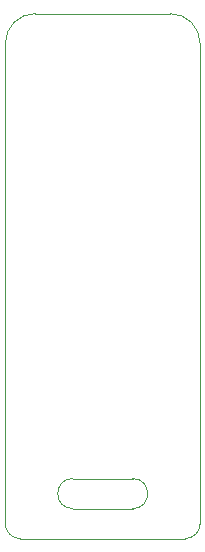
<source format=gbr>
G04 #@! TF.GenerationSoftware,KiCad,Pcbnew,5.1.5-52549c5~84~ubuntu18.04.1*
G04 #@! TF.CreationDate,2020-02-11T17:12:05+00:00*
G04 #@! TF.ProjectId,leds,6c656473-2e6b-4696-9361-645f70636258,rev?*
G04 #@! TF.SameCoordinates,Original*
G04 #@! TF.FileFunction,Profile,NP*
%FSLAX46Y46*%
G04 Gerber Fmt 4.6, Leading zero omitted, Abs format (unit mm)*
G04 Created by KiCad (PCBNEW 5.1.5-52549c5~84~ubuntu18.04.1) date 2020-02-11 17:12:05*
%MOMM*%
%LPD*%
G04 APERTURE LIST*
%ADD10C,0.050000*%
G04 APERTURE END LIST*
D10*
X116840000Y-101600000D02*
X121920000Y-101600000D01*
X116840000Y-104140000D02*
G75*
G02X116840000Y-101600000I0J1270000D01*
G01*
X121920000Y-101600000D02*
G75*
G02X121920000Y-104140000I0J-1270000D01*
G01*
X116840000Y-104140000D02*
X121920000Y-104140000D01*
X111125000Y-64770000D02*
G75*
G02X113665000Y-62230000I2540000J0D01*
G01*
X125095000Y-62230000D02*
G75*
G02X127635000Y-64770000I0J-2540000D01*
G01*
X111125000Y-105410000D02*
X111125000Y-64770000D01*
X127635000Y-64770000D02*
X127635000Y-105410000D01*
X112395000Y-106680000D02*
G75*
G02X111125000Y-105410000I0J1270000D01*
G01*
X127635000Y-105410000D02*
G75*
G02X126365000Y-106680000I-1270000J0D01*
G01*
X112395000Y-106680000D02*
X126365000Y-106680000D01*
X113665000Y-62230000D02*
X125095000Y-62230000D01*
M02*

</source>
